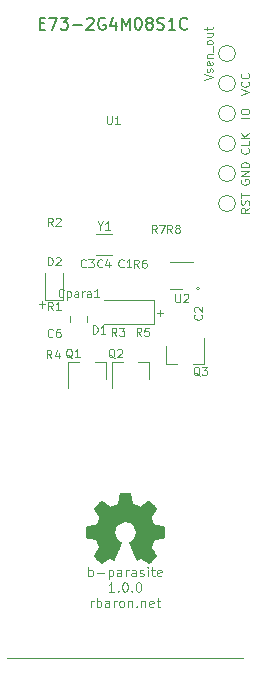
<source format=gbr>
G04 #@! TF.GenerationSoftware,KiCad,Pcbnew,(5.1.2-1)-1*
G04 #@! TF.CreationDate,2021-03-12T20:16:40+01:00*
G04 #@! TF.ProjectId,parasite,70617261-7369-4746-952e-6b696361645f,1.0.0*
G04 #@! TF.SameCoordinates,Original*
G04 #@! TF.FileFunction,Legend,Top*
G04 #@! TF.FilePolarity,Positive*
%FSLAX46Y46*%
G04 Gerber Fmt 4.6, Leading zero omitted, Abs format (unit mm)*
G04 Created by KiCad (PCBNEW (5.1.2-1)-1) date 2021-03-12 20:16:40*
%MOMM*%
%LPD*%
G04 APERTURE LIST*
%ADD10C,0.120000*%
%ADD11C,0.100000*%
%ADD12C,0.010000*%
%ADD13C,0.150000*%
G04 APERTURE END LIST*
D10*
X60733333Y-53050000D02*
X61266666Y-53050000D01*
X61000000Y-53316666D02*
X61000000Y-52783333D01*
X70733333Y-53750000D02*
X71266666Y-53750000D01*
X71000000Y-54016666D02*
X71000000Y-53483333D01*
X74300000Y-51700000D02*
G75*
G03X74300000Y-51700000I-100000J0D01*
G01*
D11*
X64914285Y-76061904D02*
X64914285Y-75261904D01*
X64914285Y-75566666D02*
X64990476Y-75528571D01*
X65142857Y-75528571D01*
X65219047Y-75566666D01*
X65257142Y-75604761D01*
X65295238Y-75680952D01*
X65295238Y-75909523D01*
X65257142Y-75985714D01*
X65219047Y-76023809D01*
X65142857Y-76061904D01*
X64990476Y-76061904D01*
X64914285Y-76023809D01*
X65638095Y-75757142D02*
X66247619Y-75757142D01*
X66628571Y-75528571D02*
X66628571Y-76328571D01*
X66628571Y-75566666D02*
X66704761Y-75528571D01*
X66857142Y-75528571D01*
X66933333Y-75566666D01*
X66971428Y-75604761D01*
X67009523Y-75680952D01*
X67009523Y-75909523D01*
X66971428Y-75985714D01*
X66933333Y-76023809D01*
X66857142Y-76061904D01*
X66704761Y-76061904D01*
X66628571Y-76023809D01*
X67695238Y-76061904D02*
X67695238Y-75642857D01*
X67657142Y-75566666D01*
X67580952Y-75528571D01*
X67428571Y-75528571D01*
X67352380Y-75566666D01*
X67695238Y-76023809D02*
X67619047Y-76061904D01*
X67428571Y-76061904D01*
X67352380Y-76023809D01*
X67314285Y-75947619D01*
X67314285Y-75871428D01*
X67352380Y-75795238D01*
X67428571Y-75757142D01*
X67619047Y-75757142D01*
X67695238Y-75719047D01*
X68076190Y-76061904D02*
X68076190Y-75528571D01*
X68076190Y-75680952D02*
X68114285Y-75604761D01*
X68152380Y-75566666D01*
X68228571Y-75528571D01*
X68304761Y-75528571D01*
X68914285Y-76061904D02*
X68914285Y-75642857D01*
X68876190Y-75566666D01*
X68800000Y-75528571D01*
X68647619Y-75528571D01*
X68571428Y-75566666D01*
X68914285Y-76023809D02*
X68838095Y-76061904D01*
X68647619Y-76061904D01*
X68571428Y-76023809D01*
X68533333Y-75947619D01*
X68533333Y-75871428D01*
X68571428Y-75795238D01*
X68647619Y-75757142D01*
X68838095Y-75757142D01*
X68914285Y-75719047D01*
X69257142Y-76023809D02*
X69333333Y-76061904D01*
X69485714Y-76061904D01*
X69561904Y-76023809D01*
X69600000Y-75947619D01*
X69600000Y-75909523D01*
X69561904Y-75833333D01*
X69485714Y-75795238D01*
X69371428Y-75795238D01*
X69295238Y-75757142D01*
X69257142Y-75680952D01*
X69257142Y-75642857D01*
X69295238Y-75566666D01*
X69371428Y-75528571D01*
X69485714Y-75528571D01*
X69561904Y-75566666D01*
X69942857Y-76061904D02*
X69942857Y-75528571D01*
X69942857Y-75261904D02*
X69904761Y-75300000D01*
X69942857Y-75338095D01*
X69980952Y-75300000D01*
X69942857Y-75261904D01*
X69942857Y-75338095D01*
X70209523Y-75528571D02*
X70514285Y-75528571D01*
X70323809Y-75261904D02*
X70323809Y-75947619D01*
X70361904Y-76023809D01*
X70438095Y-76061904D01*
X70514285Y-76061904D01*
X71085714Y-76023809D02*
X71009523Y-76061904D01*
X70857142Y-76061904D01*
X70780952Y-76023809D01*
X70742857Y-75947619D01*
X70742857Y-75642857D01*
X70780952Y-75566666D01*
X70857142Y-75528571D01*
X71009523Y-75528571D01*
X71085714Y-75566666D01*
X71123809Y-75642857D01*
X71123809Y-75719047D01*
X70742857Y-75795238D01*
X67085714Y-77361904D02*
X66628571Y-77361904D01*
X66857142Y-77361904D02*
X66857142Y-76561904D01*
X66780952Y-76676190D01*
X66704761Y-76752380D01*
X66628571Y-76790476D01*
X67428571Y-77285714D02*
X67466666Y-77323809D01*
X67428571Y-77361904D01*
X67390476Y-77323809D01*
X67428571Y-77285714D01*
X67428571Y-77361904D01*
X67961904Y-76561904D02*
X68038095Y-76561904D01*
X68114285Y-76600000D01*
X68152380Y-76638095D01*
X68190476Y-76714285D01*
X68228571Y-76866666D01*
X68228571Y-77057142D01*
X68190476Y-77209523D01*
X68152380Y-77285714D01*
X68114285Y-77323809D01*
X68038095Y-77361904D01*
X67961904Y-77361904D01*
X67885714Y-77323809D01*
X67847619Y-77285714D01*
X67809523Y-77209523D01*
X67771428Y-77057142D01*
X67771428Y-76866666D01*
X67809523Y-76714285D01*
X67847619Y-76638095D01*
X67885714Y-76600000D01*
X67961904Y-76561904D01*
X68571428Y-77285714D02*
X68609523Y-77323809D01*
X68571428Y-77361904D01*
X68533333Y-77323809D01*
X68571428Y-77285714D01*
X68571428Y-77361904D01*
X69104761Y-76561904D02*
X69180952Y-76561904D01*
X69257142Y-76600000D01*
X69295238Y-76638095D01*
X69333333Y-76714285D01*
X69371428Y-76866666D01*
X69371428Y-77057142D01*
X69333333Y-77209523D01*
X69295238Y-77285714D01*
X69257142Y-77323809D01*
X69180952Y-77361904D01*
X69104761Y-77361904D01*
X69028571Y-77323809D01*
X68990476Y-77285714D01*
X68952380Y-77209523D01*
X68914285Y-77057142D01*
X68914285Y-76866666D01*
X68952380Y-76714285D01*
X68990476Y-76638095D01*
X69028571Y-76600000D01*
X69104761Y-76561904D01*
X65123809Y-78661904D02*
X65123809Y-78128571D01*
X65123809Y-78280952D02*
X65161904Y-78204761D01*
X65200000Y-78166666D01*
X65276190Y-78128571D01*
X65352380Y-78128571D01*
X65619047Y-78661904D02*
X65619047Y-77861904D01*
X65619047Y-78166666D02*
X65695238Y-78128571D01*
X65847619Y-78128571D01*
X65923809Y-78166666D01*
X65961904Y-78204761D01*
X66000000Y-78280952D01*
X66000000Y-78509523D01*
X65961904Y-78585714D01*
X65923809Y-78623809D01*
X65847619Y-78661904D01*
X65695238Y-78661904D01*
X65619047Y-78623809D01*
X66685714Y-78661904D02*
X66685714Y-78242857D01*
X66647619Y-78166666D01*
X66571428Y-78128571D01*
X66419047Y-78128571D01*
X66342857Y-78166666D01*
X66685714Y-78623809D02*
X66609523Y-78661904D01*
X66419047Y-78661904D01*
X66342857Y-78623809D01*
X66304761Y-78547619D01*
X66304761Y-78471428D01*
X66342857Y-78395238D01*
X66419047Y-78357142D01*
X66609523Y-78357142D01*
X66685714Y-78319047D01*
X67066666Y-78661904D02*
X67066666Y-78128571D01*
X67066666Y-78280952D02*
X67104761Y-78204761D01*
X67142857Y-78166666D01*
X67219047Y-78128571D01*
X67295238Y-78128571D01*
X67676190Y-78661904D02*
X67600000Y-78623809D01*
X67561904Y-78585714D01*
X67523809Y-78509523D01*
X67523809Y-78280952D01*
X67561904Y-78204761D01*
X67600000Y-78166666D01*
X67676190Y-78128571D01*
X67790476Y-78128571D01*
X67866666Y-78166666D01*
X67904761Y-78204761D01*
X67942857Y-78280952D01*
X67942857Y-78509523D01*
X67904761Y-78585714D01*
X67866666Y-78623809D01*
X67790476Y-78661904D01*
X67676190Y-78661904D01*
X68285714Y-78128571D02*
X68285714Y-78661904D01*
X68285714Y-78204761D02*
X68323809Y-78166666D01*
X68400000Y-78128571D01*
X68514285Y-78128571D01*
X68590476Y-78166666D01*
X68628571Y-78242857D01*
X68628571Y-78661904D01*
X69009523Y-78585714D02*
X69047619Y-78623809D01*
X69009523Y-78661904D01*
X68971428Y-78623809D01*
X69009523Y-78585714D01*
X69009523Y-78661904D01*
X69390476Y-78128571D02*
X69390476Y-78661904D01*
X69390476Y-78204761D02*
X69428571Y-78166666D01*
X69504761Y-78128571D01*
X69619047Y-78128571D01*
X69695238Y-78166666D01*
X69733333Y-78242857D01*
X69733333Y-78661904D01*
X70419047Y-78623809D02*
X70342857Y-78661904D01*
X70190476Y-78661904D01*
X70114285Y-78623809D01*
X70076190Y-78547619D01*
X70076190Y-78242857D01*
X70114285Y-78166666D01*
X70190476Y-78128571D01*
X70342857Y-78128571D01*
X70419047Y-78166666D01*
X70457142Y-78242857D01*
X70457142Y-78319047D01*
X70076190Y-78395238D01*
X70685714Y-78128571D02*
X70990476Y-78128571D01*
X70800000Y-77861904D02*
X70800000Y-78547619D01*
X70838095Y-78623809D01*
X70914285Y-78661904D01*
X70990476Y-78661904D01*
D10*
X58000000Y-83000000D02*
X78000000Y-83000000D01*
D12*
G36*
X68555814Y-69468931D02*
G01*
X68639635Y-69913555D01*
X68948920Y-70041053D01*
X69258206Y-70168551D01*
X69629246Y-69916246D01*
X69733157Y-69845996D01*
X69827087Y-69783272D01*
X69906652Y-69730938D01*
X69967470Y-69691857D01*
X70005157Y-69668893D01*
X70015421Y-69663942D01*
X70033910Y-69676676D01*
X70073420Y-69711882D01*
X70129522Y-69765062D01*
X70197787Y-69831718D01*
X70273786Y-69907354D01*
X70353092Y-69987472D01*
X70431275Y-70067574D01*
X70503907Y-70143164D01*
X70566559Y-70209745D01*
X70614803Y-70262818D01*
X70644210Y-70297887D01*
X70651241Y-70309623D01*
X70641123Y-70331260D01*
X70612759Y-70378662D01*
X70569129Y-70447193D01*
X70513218Y-70532215D01*
X70448006Y-70629093D01*
X70410219Y-70684350D01*
X70341343Y-70785248D01*
X70280140Y-70876299D01*
X70229578Y-70952970D01*
X70192628Y-71010728D01*
X70172258Y-71045043D01*
X70169197Y-71052254D01*
X70176136Y-71072748D01*
X70195051Y-71120513D01*
X70223087Y-71188832D01*
X70257391Y-71270989D01*
X70295109Y-71360270D01*
X70333387Y-71449958D01*
X70369370Y-71533338D01*
X70400206Y-71603694D01*
X70423039Y-71654310D01*
X70435017Y-71678471D01*
X70435724Y-71679422D01*
X70454531Y-71684036D01*
X70504618Y-71694328D01*
X70580793Y-71709287D01*
X70677865Y-71727901D01*
X70790643Y-71749159D01*
X70856442Y-71761418D01*
X70976950Y-71784362D01*
X71085797Y-71806195D01*
X71177476Y-71825722D01*
X71246481Y-71841748D01*
X71287304Y-71853079D01*
X71295511Y-71856674D01*
X71303548Y-71881006D01*
X71310033Y-71935959D01*
X71314970Y-72015108D01*
X71318364Y-72112026D01*
X71320218Y-72220287D01*
X71320538Y-72333465D01*
X71319327Y-72445135D01*
X71316590Y-72548868D01*
X71312331Y-72638241D01*
X71306555Y-72706826D01*
X71299267Y-72748197D01*
X71294895Y-72756810D01*
X71268764Y-72767133D01*
X71213393Y-72781892D01*
X71136107Y-72799352D01*
X71044230Y-72817780D01*
X71012158Y-72823741D01*
X70857524Y-72852066D01*
X70735375Y-72874876D01*
X70641673Y-72893080D01*
X70572384Y-72907583D01*
X70523471Y-72919292D01*
X70490897Y-72929115D01*
X70470628Y-72937956D01*
X70458626Y-72946724D01*
X70456947Y-72948457D01*
X70440184Y-72976371D01*
X70414614Y-73030695D01*
X70382788Y-73104777D01*
X70347260Y-73191965D01*
X70310583Y-73285608D01*
X70275311Y-73379052D01*
X70243996Y-73465647D01*
X70219193Y-73538740D01*
X70203454Y-73591678D01*
X70199332Y-73617811D01*
X70199676Y-73618726D01*
X70213641Y-73640086D01*
X70245322Y-73687084D01*
X70291391Y-73754827D01*
X70348518Y-73838423D01*
X70413373Y-73932982D01*
X70431843Y-73959854D01*
X70497699Y-74057275D01*
X70555650Y-74146163D01*
X70602538Y-74221412D01*
X70635207Y-74277920D01*
X70650500Y-74310581D01*
X70651241Y-74314593D01*
X70638392Y-74335684D01*
X70602888Y-74377464D01*
X70549293Y-74435445D01*
X70482171Y-74505135D01*
X70406087Y-74582045D01*
X70325604Y-74661683D01*
X70245287Y-74739561D01*
X70169699Y-74811186D01*
X70103405Y-74872070D01*
X70050969Y-74917721D01*
X70016955Y-74943650D01*
X70007545Y-74947883D01*
X69985643Y-74937912D01*
X69940800Y-74911020D01*
X69880321Y-74871736D01*
X69833789Y-74840117D01*
X69749475Y-74782098D01*
X69649626Y-74713784D01*
X69549473Y-74645579D01*
X69495627Y-74609075D01*
X69313371Y-74485800D01*
X69160381Y-74568520D01*
X69090682Y-74604759D01*
X69031414Y-74632926D01*
X68991311Y-74648991D01*
X68981103Y-74651226D01*
X68968829Y-74634722D01*
X68944613Y-74588082D01*
X68910263Y-74515609D01*
X68867588Y-74421606D01*
X68818394Y-74310374D01*
X68764490Y-74186215D01*
X68707684Y-74053432D01*
X68649782Y-73916327D01*
X68592593Y-73779202D01*
X68537924Y-73646358D01*
X68487584Y-73522098D01*
X68443380Y-73410725D01*
X68407119Y-73316539D01*
X68380609Y-73243844D01*
X68365658Y-73196941D01*
X68363254Y-73180833D01*
X68382311Y-73160286D01*
X68424036Y-73126933D01*
X68479706Y-73087702D01*
X68484378Y-73084599D01*
X68628264Y-72969423D01*
X68744283Y-72835053D01*
X68831430Y-72685784D01*
X68888699Y-72525913D01*
X68915086Y-72359737D01*
X68909585Y-72191552D01*
X68871190Y-72025655D01*
X68798895Y-71866342D01*
X68777626Y-71831487D01*
X68666996Y-71690737D01*
X68536302Y-71577714D01*
X68390064Y-71493003D01*
X68232808Y-71437194D01*
X68069057Y-71410874D01*
X67903333Y-71414630D01*
X67740162Y-71449050D01*
X67584065Y-71514723D01*
X67439567Y-71612235D01*
X67394869Y-71651813D01*
X67281112Y-71775703D01*
X67198218Y-71906124D01*
X67141356Y-72052315D01*
X67109687Y-72197088D01*
X67101869Y-72359860D01*
X67127938Y-72523440D01*
X67185245Y-72682298D01*
X67271144Y-72830906D01*
X67382986Y-72963735D01*
X67518123Y-73075256D01*
X67535883Y-73087011D01*
X67592150Y-73125508D01*
X67634923Y-73158863D01*
X67655372Y-73180160D01*
X67655669Y-73180833D01*
X67651279Y-73203871D01*
X67633876Y-73256157D01*
X67605268Y-73333390D01*
X67567265Y-73431268D01*
X67521674Y-73545491D01*
X67470303Y-73671758D01*
X67414962Y-73805767D01*
X67357458Y-73943218D01*
X67299601Y-74079808D01*
X67243198Y-74211237D01*
X67190058Y-74333205D01*
X67141990Y-74441409D01*
X67100801Y-74531549D01*
X67068301Y-74599323D01*
X67046297Y-74640430D01*
X67037436Y-74651226D01*
X67010360Y-74642819D01*
X66959697Y-74620272D01*
X66894183Y-74587613D01*
X66858159Y-74568520D01*
X66705168Y-74485800D01*
X66522912Y-74609075D01*
X66429875Y-74672228D01*
X66328015Y-74741727D01*
X66232562Y-74807165D01*
X66184750Y-74840117D01*
X66117505Y-74885273D01*
X66060564Y-74921057D01*
X66021354Y-74942938D01*
X66008619Y-74947563D01*
X65990083Y-74935085D01*
X65949059Y-74900252D01*
X65889525Y-74846678D01*
X65815458Y-74777983D01*
X65730835Y-74697781D01*
X65677315Y-74646286D01*
X65583681Y-74554286D01*
X65502759Y-74471999D01*
X65437823Y-74402945D01*
X65392142Y-74350644D01*
X65368989Y-74318616D01*
X65366768Y-74312116D01*
X65377076Y-74287394D01*
X65405561Y-74237405D01*
X65449063Y-74167212D01*
X65504423Y-74081875D01*
X65568480Y-73986456D01*
X65586697Y-73959854D01*
X65653073Y-73863167D01*
X65712622Y-73776117D01*
X65762016Y-73703595D01*
X65797925Y-73650493D01*
X65817019Y-73621703D01*
X65818864Y-73618726D01*
X65816105Y-73595782D01*
X65801462Y-73545336D01*
X65777487Y-73474041D01*
X65746734Y-73388547D01*
X65711756Y-73295507D01*
X65675107Y-73201574D01*
X65639339Y-73113399D01*
X65607006Y-73037634D01*
X65580662Y-72980931D01*
X65562858Y-72949943D01*
X65561593Y-72948457D01*
X65550706Y-72939601D01*
X65532318Y-72930843D01*
X65502394Y-72921277D01*
X65456897Y-72909996D01*
X65391791Y-72896093D01*
X65303039Y-72878663D01*
X65186607Y-72856798D01*
X65038458Y-72829591D01*
X65006382Y-72823741D01*
X64911314Y-72805374D01*
X64828435Y-72787405D01*
X64765070Y-72771569D01*
X64728542Y-72759600D01*
X64723644Y-72756810D01*
X64715573Y-72732072D01*
X64709013Y-72676790D01*
X64703967Y-72597389D01*
X64700441Y-72500296D01*
X64698439Y-72391938D01*
X64697964Y-72278740D01*
X64699023Y-72167128D01*
X64701618Y-72063529D01*
X64705754Y-71974368D01*
X64711437Y-71906072D01*
X64718669Y-71865066D01*
X64723029Y-71856674D01*
X64747302Y-71848208D01*
X64802574Y-71834435D01*
X64883338Y-71816550D01*
X64984088Y-71795748D01*
X65099317Y-71773223D01*
X65162098Y-71761418D01*
X65281213Y-71739151D01*
X65387435Y-71718979D01*
X65475573Y-71701915D01*
X65540434Y-71688969D01*
X65576826Y-71681155D01*
X65582816Y-71679422D01*
X65592939Y-71659890D01*
X65614338Y-71612843D01*
X65644161Y-71545003D01*
X65679555Y-71463091D01*
X65717668Y-71373828D01*
X65755647Y-71283935D01*
X65790640Y-71200135D01*
X65819794Y-71129147D01*
X65840257Y-71077694D01*
X65849177Y-71052497D01*
X65849343Y-71051396D01*
X65839231Y-71031519D01*
X65810883Y-70985777D01*
X65767277Y-70918717D01*
X65711394Y-70834884D01*
X65646213Y-70738826D01*
X65608321Y-70683650D01*
X65539275Y-70582481D01*
X65477950Y-70490630D01*
X65427337Y-70412744D01*
X65390429Y-70353469D01*
X65370218Y-70317451D01*
X65367299Y-70309377D01*
X65379847Y-70290584D01*
X65414537Y-70250457D01*
X65466937Y-70193493D01*
X65532616Y-70124185D01*
X65607144Y-70047031D01*
X65686087Y-69966525D01*
X65765017Y-69887163D01*
X65839500Y-69813440D01*
X65905106Y-69749852D01*
X65957404Y-69700894D01*
X65991961Y-69671061D01*
X66003522Y-69663942D01*
X66022346Y-69673953D01*
X66067369Y-69702078D01*
X66134213Y-69745454D01*
X66218501Y-69801218D01*
X66315856Y-69866506D01*
X66389293Y-69916246D01*
X66760333Y-70168551D01*
X67378905Y-69913555D01*
X67462725Y-69468931D01*
X67546546Y-69024307D01*
X68471994Y-69024307D01*
X68555814Y-69468931D01*
X68555814Y-69468931D01*
G37*
X68555814Y-69468931D02*
X68639635Y-69913555D01*
X68948920Y-70041053D01*
X69258206Y-70168551D01*
X69629246Y-69916246D01*
X69733157Y-69845996D01*
X69827087Y-69783272D01*
X69906652Y-69730938D01*
X69967470Y-69691857D01*
X70005157Y-69668893D01*
X70015421Y-69663942D01*
X70033910Y-69676676D01*
X70073420Y-69711882D01*
X70129522Y-69765062D01*
X70197787Y-69831718D01*
X70273786Y-69907354D01*
X70353092Y-69987472D01*
X70431275Y-70067574D01*
X70503907Y-70143164D01*
X70566559Y-70209745D01*
X70614803Y-70262818D01*
X70644210Y-70297887D01*
X70651241Y-70309623D01*
X70641123Y-70331260D01*
X70612759Y-70378662D01*
X70569129Y-70447193D01*
X70513218Y-70532215D01*
X70448006Y-70629093D01*
X70410219Y-70684350D01*
X70341343Y-70785248D01*
X70280140Y-70876299D01*
X70229578Y-70952970D01*
X70192628Y-71010728D01*
X70172258Y-71045043D01*
X70169197Y-71052254D01*
X70176136Y-71072748D01*
X70195051Y-71120513D01*
X70223087Y-71188832D01*
X70257391Y-71270989D01*
X70295109Y-71360270D01*
X70333387Y-71449958D01*
X70369370Y-71533338D01*
X70400206Y-71603694D01*
X70423039Y-71654310D01*
X70435017Y-71678471D01*
X70435724Y-71679422D01*
X70454531Y-71684036D01*
X70504618Y-71694328D01*
X70580793Y-71709287D01*
X70677865Y-71727901D01*
X70790643Y-71749159D01*
X70856442Y-71761418D01*
X70976950Y-71784362D01*
X71085797Y-71806195D01*
X71177476Y-71825722D01*
X71246481Y-71841748D01*
X71287304Y-71853079D01*
X71295511Y-71856674D01*
X71303548Y-71881006D01*
X71310033Y-71935959D01*
X71314970Y-72015108D01*
X71318364Y-72112026D01*
X71320218Y-72220287D01*
X71320538Y-72333465D01*
X71319327Y-72445135D01*
X71316590Y-72548868D01*
X71312331Y-72638241D01*
X71306555Y-72706826D01*
X71299267Y-72748197D01*
X71294895Y-72756810D01*
X71268764Y-72767133D01*
X71213393Y-72781892D01*
X71136107Y-72799352D01*
X71044230Y-72817780D01*
X71012158Y-72823741D01*
X70857524Y-72852066D01*
X70735375Y-72874876D01*
X70641673Y-72893080D01*
X70572384Y-72907583D01*
X70523471Y-72919292D01*
X70490897Y-72929115D01*
X70470628Y-72937956D01*
X70458626Y-72946724D01*
X70456947Y-72948457D01*
X70440184Y-72976371D01*
X70414614Y-73030695D01*
X70382788Y-73104777D01*
X70347260Y-73191965D01*
X70310583Y-73285608D01*
X70275311Y-73379052D01*
X70243996Y-73465647D01*
X70219193Y-73538740D01*
X70203454Y-73591678D01*
X70199332Y-73617811D01*
X70199676Y-73618726D01*
X70213641Y-73640086D01*
X70245322Y-73687084D01*
X70291391Y-73754827D01*
X70348518Y-73838423D01*
X70413373Y-73932982D01*
X70431843Y-73959854D01*
X70497699Y-74057275D01*
X70555650Y-74146163D01*
X70602538Y-74221412D01*
X70635207Y-74277920D01*
X70650500Y-74310581D01*
X70651241Y-74314593D01*
X70638392Y-74335684D01*
X70602888Y-74377464D01*
X70549293Y-74435445D01*
X70482171Y-74505135D01*
X70406087Y-74582045D01*
X70325604Y-74661683D01*
X70245287Y-74739561D01*
X70169699Y-74811186D01*
X70103405Y-74872070D01*
X70050969Y-74917721D01*
X70016955Y-74943650D01*
X70007545Y-74947883D01*
X69985643Y-74937912D01*
X69940800Y-74911020D01*
X69880321Y-74871736D01*
X69833789Y-74840117D01*
X69749475Y-74782098D01*
X69649626Y-74713784D01*
X69549473Y-74645579D01*
X69495627Y-74609075D01*
X69313371Y-74485800D01*
X69160381Y-74568520D01*
X69090682Y-74604759D01*
X69031414Y-74632926D01*
X68991311Y-74648991D01*
X68981103Y-74651226D01*
X68968829Y-74634722D01*
X68944613Y-74588082D01*
X68910263Y-74515609D01*
X68867588Y-74421606D01*
X68818394Y-74310374D01*
X68764490Y-74186215D01*
X68707684Y-74053432D01*
X68649782Y-73916327D01*
X68592593Y-73779202D01*
X68537924Y-73646358D01*
X68487584Y-73522098D01*
X68443380Y-73410725D01*
X68407119Y-73316539D01*
X68380609Y-73243844D01*
X68365658Y-73196941D01*
X68363254Y-73180833D01*
X68382311Y-73160286D01*
X68424036Y-73126933D01*
X68479706Y-73087702D01*
X68484378Y-73084599D01*
X68628264Y-72969423D01*
X68744283Y-72835053D01*
X68831430Y-72685784D01*
X68888699Y-72525913D01*
X68915086Y-72359737D01*
X68909585Y-72191552D01*
X68871190Y-72025655D01*
X68798895Y-71866342D01*
X68777626Y-71831487D01*
X68666996Y-71690737D01*
X68536302Y-71577714D01*
X68390064Y-71493003D01*
X68232808Y-71437194D01*
X68069057Y-71410874D01*
X67903333Y-71414630D01*
X67740162Y-71449050D01*
X67584065Y-71514723D01*
X67439567Y-71612235D01*
X67394869Y-71651813D01*
X67281112Y-71775703D01*
X67198218Y-71906124D01*
X67141356Y-72052315D01*
X67109687Y-72197088D01*
X67101869Y-72359860D01*
X67127938Y-72523440D01*
X67185245Y-72682298D01*
X67271144Y-72830906D01*
X67382986Y-72963735D01*
X67518123Y-73075256D01*
X67535883Y-73087011D01*
X67592150Y-73125508D01*
X67634923Y-73158863D01*
X67655372Y-73180160D01*
X67655669Y-73180833D01*
X67651279Y-73203871D01*
X67633876Y-73256157D01*
X67605268Y-73333390D01*
X67567265Y-73431268D01*
X67521674Y-73545491D01*
X67470303Y-73671758D01*
X67414962Y-73805767D01*
X67357458Y-73943218D01*
X67299601Y-74079808D01*
X67243198Y-74211237D01*
X67190058Y-74333205D01*
X67141990Y-74441409D01*
X67100801Y-74531549D01*
X67068301Y-74599323D01*
X67046297Y-74640430D01*
X67037436Y-74651226D01*
X67010360Y-74642819D01*
X66959697Y-74620272D01*
X66894183Y-74587613D01*
X66858159Y-74568520D01*
X66705168Y-74485800D01*
X66522912Y-74609075D01*
X66429875Y-74672228D01*
X66328015Y-74741727D01*
X66232562Y-74807165D01*
X66184750Y-74840117D01*
X66117505Y-74885273D01*
X66060564Y-74921057D01*
X66021354Y-74942938D01*
X66008619Y-74947563D01*
X65990083Y-74935085D01*
X65949059Y-74900252D01*
X65889525Y-74846678D01*
X65815458Y-74777983D01*
X65730835Y-74697781D01*
X65677315Y-74646286D01*
X65583681Y-74554286D01*
X65502759Y-74471999D01*
X65437823Y-74402945D01*
X65392142Y-74350644D01*
X65368989Y-74318616D01*
X65366768Y-74312116D01*
X65377076Y-74287394D01*
X65405561Y-74237405D01*
X65449063Y-74167212D01*
X65504423Y-74081875D01*
X65568480Y-73986456D01*
X65586697Y-73959854D01*
X65653073Y-73863167D01*
X65712622Y-73776117D01*
X65762016Y-73703595D01*
X65797925Y-73650493D01*
X65817019Y-73621703D01*
X65818864Y-73618726D01*
X65816105Y-73595782D01*
X65801462Y-73545336D01*
X65777487Y-73474041D01*
X65746734Y-73388547D01*
X65711756Y-73295507D01*
X65675107Y-73201574D01*
X65639339Y-73113399D01*
X65607006Y-73037634D01*
X65580662Y-72980931D01*
X65562858Y-72949943D01*
X65561593Y-72948457D01*
X65550706Y-72939601D01*
X65532318Y-72930843D01*
X65502394Y-72921277D01*
X65456897Y-72909996D01*
X65391791Y-72896093D01*
X65303039Y-72878663D01*
X65186607Y-72856798D01*
X65038458Y-72829591D01*
X65006382Y-72823741D01*
X64911314Y-72805374D01*
X64828435Y-72787405D01*
X64765070Y-72771569D01*
X64728542Y-72759600D01*
X64723644Y-72756810D01*
X64715573Y-72732072D01*
X64709013Y-72676790D01*
X64703967Y-72597389D01*
X64700441Y-72500296D01*
X64698439Y-72391938D01*
X64697964Y-72278740D01*
X64699023Y-72167128D01*
X64701618Y-72063529D01*
X64705754Y-71974368D01*
X64711437Y-71906072D01*
X64718669Y-71865066D01*
X64723029Y-71856674D01*
X64747302Y-71848208D01*
X64802574Y-71834435D01*
X64883338Y-71816550D01*
X64984088Y-71795748D01*
X65099317Y-71773223D01*
X65162098Y-71761418D01*
X65281213Y-71739151D01*
X65387435Y-71718979D01*
X65475573Y-71701915D01*
X65540434Y-71688969D01*
X65576826Y-71681155D01*
X65582816Y-71679422D01*
X65592939Y-71659890D01*
X65614338Y-71612843D01*
X65644161Y-71545003D01*
X65679555Y-71463091D01*
X65717668Y-71373828D01*
X65755647Y-71283935D01*
X65790640Y-71200135D01*
X65819794Y-71129147D01*
X65840257Y-71077694D01*
X65849177Y-71052497D01*
X65849343Y-71051396D01*
X65839231Y-71031519D01*
X65810883Y-70985777D01*
X65767277Y-70918717D01*
X65711394Y-70834884D01*
X65646213Y-70738826D01*
X65608321Y-70683650D01*
X65539275Y-70582481D01*
X65477950Y-70490630D01*
X65427337Y-70412744D01*
X65390429Y-70353469D01*
X65370218Y-70317451D01*
X65367299Y-70309377D01*
X65379847Y-70290584D01*
X65414537Y-70250457D01*
X65466937Y-70193493D01*
X65532616Y-70124185D01*
X65607144Y-70047031D01*
X65686087Y-69966525D01*
X65765017Y-69887163D01*
X65839500Y-69813440D01*
X65905106Y-69749852D01*
X65957404Y-69700894D01*
X65991961Y-69671061D01*
X66003522Y-69663942D01*
X66022346Y-69673953D01*
X66067369Y-69702078D01*
X66134213Y-69745454D01*
X66218501Y-69801218D01*
X66315856Y-69866506D01*
X66389293Y-69916246D01*
X66760333Y-70168551D01*
X67378905Y-69913555D01*
X67462725Y-69468931D01*
X67546546Y-69024307D01*
X68471994Y-69024307D01*
X68555814Y-69468931D01*
D10*
X73800000Y-49490000D02*
X71800000Y-49490000D01*
X72800000Y-51710000D02*
X71800000Y-51710000D01*
X66925000Y-48875000D02*
X65575000Y-48875000D01*
X66925000Y-47125000D02*
X65575000Y-47125000D01*
X71520000Y-58060000D02*
X71520000Y-56600000D01*
X74680000Y-58060000D02*
X74680000Y-55900000D01*
X74680000Y-58060000D02*
X73750000Y-58060000D01*
X71520000Y-58060000D02*
X72450000Y-58060000D01*
X62735000Y-52697500D02*
X62735000Y-50412500D01*
X61265000Y-52697500D02*
X62735000Y-52697500D01*
X61265000Y-50412500D02*
X61265000Y-52697500D01*
X77340000Y-34340000D02*
G75*
G03X77340000Y-34340000I-700000J0D01*
G01*
X77340000Y-41960000D02*
G75*
G03X77340000Y-41960000I-700000J0D01*
G01*
X77340000Y-44500000D02*
G75*
G03X77340000Y-44500000I-700000J0D01*
G01*
X77340000Y-39420000D02*
G75*
G03X77340000Y-39420000I-700000J0D01*
G01*
X77340000Y-36880000D02*
G75*
G03X77340000Y-36880000I-700000J0D01*
G01*
X70030000Y-57940000D02*
X70030000Y-59400000D01*
X66870000Y-57940000D02*
X66870000Y-60100000D01*
X66870000Y-57940000D02*
X67800000Y-57940000D01*
X70030000Y-57940000D02*
X69100000Y-57940000D01*
X66380000Y-57940000D02*
X66380000Y-59400000D01*
X63220000Y-57940000D02*
X63220000Y-60100000D01*
X63220000Y-57940000D02*
X64150000Y-57940000D01*
X66380000Y-57940000D02*
X65450000Y-57940000D01*
X64810000Y-54558578D02*
X64810000Y-54041422D01*
X63390000Y-54558578D02*
X63390000Y-54041422D01*
X66200000Y-54700000D02*
X70500000Y-54700000D01*
X70500000Y-54700000D02*
X70500000Y-52700000D01*
X70500000Y-52700000D02*
X66200000Y-52700000D01*
X77340000Y-31800000D02*
G75*
G03X77340000Y-31800000I-700000J0D01*
G01*
X72266666Y-52166666D02*
X72266666Y-52733333D01*
X72300000Y-52800000D01*
X72333333Y-52833333D01*
X72400000Y-52866666D01*
X72533333Y-52866666D01*
X72600000Y-52833333D01*
X72633333Y-52800000D01*
X72666666Y-52733333D01*
X72666666Y-52166666D01*
X72966666Y-52233333D02*
X73000000Y-52200000D01*
X73066666Y-52166666D01*
X73233333Y-52166666D01*
X73300000Y-52200000D01*
X73333333Y-52233333D01*
X73366666Y-52300000D01*
X73366666Y-52366666D01*
X73333333Y-52466666D01*
X72933333Y-52866666D01*
X73366666Y-52866666D01*
X66466199Y-37069891D02*
X66466199Y-37636558D01*
X66499533Y-37703225D01*
X66532866Y-37736558D01*
X66599533Y-37769891D01*
X66732866Y-37769891D01*
X66799533Y-37736558D01*
X66832866Y-37703225D01*
X66866199Y-37636558D01*
X66866199Y-37069891D01*
X67566199Y-37769891D02*
X67166199Y-37769891D01*
X67366199Y-37769891D02*
X67366199Y-37069891D01*
X67299533Y-37169891D01*
X67232866Y-37236558D01*
X67166199Y-37269891D01*
D13*
X60785714Y-29253571D02*
X61119047Y-29253571D01*
X61261904Y-29777380D02*
X60785714Y-29777380D01*
X60785714Y-28777380D01*
X61261904Y-28777380D01*
X61595238Y-28777380D02*
X62261904Y-28777380D01*
X61833333Y-29777380D01*
X62547619Y-28777380D02*
X63166666Y-28777380D01*
X62833333Y-29158333D01*
X62976190Y-29158333D01*
X63071428Y-29205952D01*
X63119047Y-29253571D01*
X63166666Y-29348809D01*
X63166666Y-29586904D01*
X63119047Y-29682142D01*
X63071428Y-29729761D01*
X62976190Y-29777380D01*
X62690476Y-29777380D01*
X62595238Y-29729761D01*
X62547619Y-29682142D01*
X63595238Y-29396428D02*
X64357142Y-29396428D01*
X64785714Y-28872619D02*
X64833333Y-28825000D01*
X64928571Y-28777380D01*
X65166666Y-28777380D01*
X65261904Y-28825000D01*
X65309523Y-28872619D01*
X65357142Y-28967857D01*
X65357142Y-29063095D01*
X65309523Y-29205952D01*
X64738095Y-29777380D01*
X65357142Y-29777380D01*
X66309523Y-28825000D02*
X66214285Y-28777380D01*
X66071428Y-28777380D01*
X65928571Y-28825000D01*
X65833333Y-28920238D01*
X65785714Y-29015476D01*
X65738095Y-29205952D01*
X65738095Y-29348809D01*
X65785714Y-29539285D01*
X65833333Y-29634523D01*
X65928571Y-29729761D01*
X66071428Y-29777380D01*
X66166666Y-29777380D01*
X66309523Y-29729761D01*
X66357142Y-29682142D01*
X66357142Y-29348809D01*
X66166666Y-29348809D01*
X67214285Y-29110714D02*
X67214285Y-29777380D01*
X66976190Y-28729761D02*
X66738095Y-29444047D01*
X67357142Y-29444047D01*
X67738095Y-29777380D02*
X67738095Y-28777380D01*
X68071428Y-29491666D01*
X68404761Y-28777380D01*
X68404761Y-29777380D01*
X69071428Y-28777380D02*
X69166666Y-28777380D01*
X69261904Y-28825000D01*
X69309523Y-28872619D01*
X69357142Y-28967857D01*
X69404761Y-29158333D01*
X69404761Y-29396428D01*
X69357142Y-29586904D01*
X69309523Y-29682142D01*
X69261904Y-29729761D01*
X69166666Y-29777380D01*
X69071428Y-29777380D01*
X68976190Y-29729761D01*
X68928571Y-29682142D01*
X68880952Y-29586904D01*
X68833333Y-29396428D01*
X68833333Y-29158333D01*
X68880952Y-28967857D01*
X68928571Y-28872619D01*
X68976190Y-28825000D01*
X69071428Y-28777380D01*
X69976190Y-29205952D02*
X69880952Y-29158333D01*
X69833333Y-29110714D01*
X69785714Y-29015476D01*
X69785714Y-28967857D01*
X69833333Y-28872619D01*
X69880952Y-28825000D01*
X69976190Y-28777380D01*
X70166666Y-28777380D01*
X70261904Y-28825000D01*
X70309523Y-28872619D01*
X70357142Y-28967857D01*
X70357142Y-29015476D01*
X70309523Y-29110714D01*
X70261904Y-29158333D01*
X70166666Y-29205952D01*
X69976190Y-29205952D01*
X69880952Y-29253571D01*
X69833333Y-29301190D01*
X69785714Y-29396428D01*
X69785714Y-29586904D01*
X69833333Y-29682142D01*
X69880952Y-29729761D01*
X69976190Y-29777380D01*
X70166666Y-29777380D01*
X70261904Y-29729761D01*
X70309523Y-29682142D01*
X70357142Y-29586904D01*
X70357142Y-29396428D01*
X70309523Y-29301190D01*
X70261904Y-29253571D01*
X70166666Y-29205952D01*
X70738095Y-29729761D02*
X70880952Y-29777380D01*
X71119047Y-29777380D01*
X71214285Y-29729761D01*
X71261904Y-29682142D01*
X71309523Y-29586904D01*
X71309523Y-29491666D01*
X71261904Y-29396428D01*
X71214285Y-29348809D01*
X71119047Y-29301190D01*
X70928571Y-29253571D01*
X70833333Y-29205952D01*
X70785714Y-29158333D01*
X70738095Y-29063095D01*
X70738095Y-28967857D01*
X70785714Y-28872619D01*
X70833333Y-28825000D01*
X70928571Y-28777380D01*
X71166666Y-28777380D01*
X71309523Y-28825000D01*
X72261904Y-29777380D02*
X71690476Y-29777380D01*
X71976190Y-29777380D02*
X71976190Y-28777380D01*
X71880952Y-28920238D01*
X71785714Y-29015476D01*
X71690476Y-29063095D01*
X73261904Y-29682142D02*
X73214285Y-29729761D01*
X73071428Y-29777380D01*
X72976190Y-29777380D01*
X72833333Y-29729761D01*
X72738095Y-29634523D01*
X72690476Y-29539285D01*
X72642857Y-29348809D01*
X72642857Y-29205952D01*
X72690476Y-29015476D01*
X72738095Y-28920238D01*
X72833333Y-28825000D01*
X72976190Y-28777380D01*
X73071428Y-28777380D01*
X73214285Y-28825000D01*
X73261904Y-28872619D01*
D10*
X65916666Y-46383333D02*
X65916666Y-46716666D01*
X65683333Y-46016666D02*
X65916666Y-46383333D01*
X66150000Y-46016666D01*
X66750000Y-46716666D02*
X66350000Y-46716666D01*
X66550000Y-46716666D02*
X66550000Y-46016666D01*
X66483333Y-46116666D01*
X66416666Y-46183333D01*
X66350000Y-46216666D01*
X71983333Y-47016666D02*
X71750000Y-46683333D01*
X71583333Y-47016666D02*
X71583333Y-46316666D01*
X71850000Y-46316666D01*
X71916666Y-46350000D01*
X71950000Y-46383333D01*
X71983333Y-46450000D01*
X71983333Y-46550000D01*
X71950000Y-46616666D01*
X71916666Y-46650000D01*
X71850000Y-46683333D01*
X71583333Y-46683333D01*
X72383333Y-46616666D02*
X72316666Y-46583333D01*
X72283333Y-46550000D01*
X72250000Y-46483333D01*
X72250000Y-46450000D01*
X72283333Y-46383333D01*
X72316666Y-46350000D01*
X72383333Y-46316666D01*
X72516666Y-46316666D01*
X72583333Y-46350000D01*
X72616666Y-46383333D01*
X72650000Y-46450000D01*
X72650000Y-46483333D01*
X72616666Y-46550000D01*
X72583333Y-46583333D01*
X72516666Y-46616666D01*
X72383333Y-46616666D01*
X72316666Y-46650000D01*
X72283333Y-46683333D01*
X72250000Y-46750000D01*
X72250000Y-46883333D01*
X72283333Y-46950000D01*
X72316666Y-46983333D01*
X72383333Y-47016666D01*
X72516666Y-47016666D01*
X72583333Y-46983333D01*
X72616666Y-46950000D01*
X72650000Y-46883333D01*
X72650000Y-46750000D01*
X72616666Y-46683333D01*
X72583333Y-46650000D01*
X72516666Y-46616666D01*
X70683333Y-47016666D02*
X70450000Y-46683333D01*
X70283333Y-47016666D02*
X70283333Y-46316666D01*
X70550000Y-46316666D01*
X70616666Y-46350000D01*
X70650000Y-46383333D01*
X70683333Y-46450000D01*
X70683333Y-46550000D01*
X70650000Y-46616666D01*
X70616666Y-46650000D01*
X70550000Y-46683333D01*
X70283333Y-46683333D01*
X70916666Y-46316666D02*
X71383333Y-46316666D01*
X71083333Y-47016666D01*
X69183333Y-49946666D02*
X68950000Y-49613333D01*
X68783333Y-49946666D02*
X68783333Y-49246666D01*
X69050000Y-49246666D01*
X69116666Y-49280000D01*
X69150000Y-49313333D01*
X69183333Y-49380000D01*
X69183333Y-49480000D01*
X69150000Y-49546666D01*
X69116666Y-49580000D01*
X69050000Y-49613333D01*
X68783333Y-49613333D01*
X69783333Y-49246666D02*
X69650000Y-49246666D01*
X69583333Y-49280000D01*
X69550000Y-49313333D01*
X69483333Y-49413333D01*
X69450000Y-49546666D01*
X69450000Y-49813333D01*
X69483333Y-49880000D01*
X69516666Y-49913333D01*
X69583333Y-49946666D01*
X69716666Y-49946666D01*
X69783333Y-49913333D01*
X69816666Y-49880000D01*
X69850000Y-49813333D01*
X69850000Y-49646666D01*
X69816666Y-49580000D01*
X69783333Y-49546666D01*
X69716666Y-49513333D01*
X69583333Y-49513333D01*
X69516666Y-49546666D01*
X69483333Y-49580000D01*
X69450000Y-49646666D01*
X69383333Y-55716666D02*
X69150000Y-55383333D01*
X68983333Y-55716666D02*
X68983333Y-55016666D01*
X69250000Y-55016666D01*
X69316666Y-55050000D01*
X69350000Y-55083333D01*
X69383333Y-55150000D01*
X69383333Y-55250000D01*
X69350000Y-55316666D01*
X69316666Y-55350000D01*
X69250000Y-55383333D01*
X68983333Y-55383333D01*
X70016666Y-55016666D02*
X69683333Y-55016666D01*
X69650000Y-55350000D01*
X69683333Y-55316666D01*
X69750000Y-55283333D01*
X69916666Y-55283333D01*
X69983333Y-55316666D01*
X70016666Y-55350000D01*
X70050000Y-55416666D01*
X70050000Y-55583333D01*
X70016666Y-55650000D01*
X69983333Y-55683333D01*
X69916666Y-55716666D01*
X69750000Y-55716666D01*
X69683333Y-55683333D01*
X69650000Y-55650000D01*
X61783333Y-57616666D02*
X61550000Y-57283333D01*
X61383333Y-57616666D02*
X61383333Y-56916666D01*
X61650000Y-56916666D01*
X61716666Y-56950000D01*
X61750000Y-56983333D01*
X61783333Y-57050000D01*
X61783333Y-57150000D01*
X61750000Y-57216666D01*
X61716666Y-57250000D01*
X61650000Y-57283333D01*
X61383333Y-57283333D01*
X62383333Y-57150000D02*
X62383333Y-57616666D01*
X62216666Y-56883333D02*
X62050000Y-57383333D01*
X62483333Y-57383333D01*
X67283333Y-55716666D02*
X67050000Y-55383333D01*
X66883333Y-55716666D02*
X66883333Y-55016666D01*
X67150000Y-55016666D01*
X67216666Y-55050000D01*
X67250000Y-55083333D01*
X67283333Y-55150000D01*
X67283333Y-55250000D01*
X67250000Y-55316666D01*
X67216666Y-55350000D01*
X67150000Y-55383333D01*
X66883333Y-55383333D01*
X67516666Y-55016666D02*
X67950000Y-55016666D01*
X67716666Y-55283333D01*
X67816666Y-55283333D01*
X67883333Y-55316666D01*
X67916666Y-55350000D01*
X67950000Y-55416666D01*
X67950000Y-55583333D01*
X67916666Y-55650000D01*
X67883333Y-55683333D01*
X67816666Y-55716666D01*
X67616666Y-55716666D01*
X67550000Y-55683333D01*
X67516666Y-55650000D01*
X61883333Y-46416666D02*
X61650000Y-46083333D01*
X61483333Y-46416666D02*
X61483333Y-45716666D01*
X61750000Y-45716666D01*
X61816666Y-45750000D01*
X61850000Y-45783333D01*
X61883333Y-45850000D01*
X61883333Y-45950000D01*
X61850000Y-46016666D01*
X61816666Y-46050000D01*
X61750000Y-46083333D01*
X61483333Y-46083333D01*
X62150000Y-45783333D02*
X62183333Y-45750000D01*
X62250000Y-45716666D01*
X62416666Y-45716666D01*
X62483333Y-45750000D01*
X62516666Y-45783333D01*
X62550000Y-45850000D01*
X62550000Y-45916666D01*
X62516666Y-46016666D01*
X62116666Y-46416666D01*
X62550000Y-46416666D01*
X61883333Y-53546666D02*
X61650000Y-53213333D01*
X61483333Y-53546666D02*
X61483333Y-52846666D01*
X61750000Y-52846666D01*
X61816666Y-52880000D01*
X61850000Y-52913333D01*
X61883333Y-52980000D01*
X61883333Y-53080000D01*
X61850000Y-53146666D01*
X61816666Y-53180000D01*
X61750000Y-53213333D01*
X61483333Y-53213333D01*
X62550000Y-53546666D02*
X62150000Y-53546666D01*
X62350000Y-53546666D02*
X62350000Y-52846666D01*
X62283333Y-52946666D01*
X62216666Y-53013333D01*
X62150000Y-53046666D01*
X74333333Y-59083333D02*
X74266666Y-59050000D01*
X74200000Y-58983333D01*
X74100000Y-58883333D01*
X74033333Y-58850000D01*
X73966666Y-58850000D01*
X74000000Y-59016666D02*
X73933333Y-58983333D01*
X73866666Y-58916666D01*
X73833333Y-58783333D01*
X73833333Y-58550000D01*
X73866666Y-58416666D01*
X73933333Y-58350000D01*
X74000000Y-58316666D01*
X74133333Y-58316666D01*
X74200000Y-58350000D01*
X74266666Y-58416666D01*
X74300000Y-58550000D01*
X74300000Y-58783333D01*
X74266666Y-58916666D01*
X74200000Y-58983333D01*
X74133333Y-59016666D01*
X74000000Y-59016666D01*
X74533333Y-58316666D02*
X74966666Y-58316666D01*
X74733333Y-58583333D01*
X74833333Y-58583333D01*
X74900000Y-58616666D01*
X74933333Y-58650000D01*
X74966666Y-58716666D01*
X74966666Y-58883333D01*
X74933333Y-58950000D01*
X74900000Y-58983333D01*
X74833333Y-59016666D01*
X74633333Y-59016666D01*
X74566666Y-58983333D01*
X74533333Y-58950000D01*
X61483333Y-49741666D02*
X61483333Y-49041666D01*
X61650000Y-49041666D01*
X61750000Y-49075000D01*
X61816666Y-49141666D01*
X61850000Y-49208333D01*
X61883333Y-49341666D01*
X61883333Y-49441666D01*
X61850000Y-49575000D01*
X61816666Y-49641666D01*
X61750000Y-49708333D01*
X61650000Y-49741666D01*
X61483333Y-49741666D01*
X62150000Y-49108333D02*
X62183333Y-49075000D01*
X62250000Y-49041666D01*
X62416666Y-49041666D01*
X62483333Y-49075000D01*
X62516666Y-49108333D01*
X62550000Y-49175000D01*
X62550000Y-49241666D01*
X62516666Y-49341666D01*
X62116666Y-49741666D01*
X62550000Y-49741666D01*
X61883333Y-55750000D02*
X61850000Y-55783333D01*
X61750000Y-55816666D01*
X61683333Y-55816666D01*
X61583333Y-55783333D01*
X61516666Y-55716666D01*
X61483333Y-55650000D01*
X61450000Y-55516666D01*
X61450000Y-55416666D01*
X61483333Y-55283333D01*
X61516666Y-55216666D01*
X61583333Y-55150000D01*
X61683333Y-55116666D01*
X61750000Y-55116666D01*
X61850000Y-55150000D01*
X61883333Y-55183333D01*
X62483333Y-55116666D02*
X62350000Y-55116666D01*
X62283333Y-55150000D01*
X62250000Y-55183333D01*
X62183333Y-55283333D01*
X62150000Y-55416666D01*
X62150000Y-55683333D01*
X62183333Y-55750000D01*
X62216666Y-55783333D01*
X62283333Y-55816666D01*
X62416666Y-55816666D01*
X62483333Y-55783333D01*
X62516666Y-55750000D01*
X62550000Y-55683333D01*
X62550000Y-55516666D01*
X62516666Y-55450000D01*
X62483333Y-55416666D01*
X62416666Y-55383333D01*
X62283333Y-55383333D01*
X62216666Y-55416666D01*
X62183333Y-55450000D01*
X62150000Y-55516666D01*
X66083333Y-49850000D02*
X66050000Y-49883333D01*
X65950000Y-49916666D01*
X65883333Y-49916666D01*
X65783333Y-49883333D01*
X65716666Y-49816666D01*
X65683333Y-49750000D01*
X65650000Y-49616666D01*
X65650000Y-49516666D01*
X65683333Y-49383333D01*
X65716666Y-49316666D01*
X65783333Y-49250000D01*
X65883333Y-49216666D01*
X65950000Y-49216666D01*
X66050000Y-49250000D01*
X66083333Y-49283333D01*
X66683333Y-49450000D02*
X66683333Y-49916666D01*
X66516666Y-49183333D02*
X66350000Y-49683333D01*
X66783333Y-49683333D01*
X64683333Y-49850000D02*
X64650000Y-49883333D01*
X64550000Y-49916666D01*
X64483333Y-49916666D01*
X64383333Y-49883333D01*
X64316666Y-49816666D01*
X64283333Y-49750000D01*
X64250000Y-49616666D01*
X64250000Y-49516666D01*
X64283333Y-49383333D01*
X64316666Y-49316666D01*
X64383333Y-49250000D01*
X64483333Y-49216666D01*
X64550000Y-49216666D01*
X64650000Y-49250000D01*
X64683333Y-49283333D01*
X64916666Y-49216666D02*
X65350000Y-49216666D01*
X65116666Y-49483333D01*
X65216666Y-49483333D01*
X65283333Y-49516666D01*
X65316666Y-49550000D01*
X65350000Y-49616666D01*
X65350000Y-49783333D01*
X65316666Y-49850000D01*
X65283333Y-49883333D01*
X65216666Y-49916666D01*
X65016666Y-49916666D01*
X64950000Y-49883333D01*
X64916666Y-49850000D01*
X74480000Y-53916666D02*
X74513333Y-53950000D01*
X74546666Y-54050000D01*
X74546666Y-54116666D01*
X74513333Y-54216666D01*
X74446666Y-54283333D01*
X74380000Y-54316666D01*
X74246666Y-54350000D01*
X74146666Y-54350000D01*
X74013333Y-54316666D01*
X73946666Y-54283333D01*
X73880000Y-54216666D01*
X73846666Y-54116666D01*
X73846666Y-54050000D01*
X73880000Y-53950000D01*
X73913333Y-53916666D01*
X73913333Y-53650000D02*
X73880000Y-53616666D01*
X73846666Y-53550000D01*
X73846666Y-53383333D01*
X73880000Y-53316666D01*
X73913333Y-53283333D01*
X73980000Y-53250000D01*
X74046666Y-53250000D01*
X74146666Y-53283333D01*
X74546666Y-53683333D01*
X74546666Y-53250000D01*
X67883333Y-49850000D02*
X67850000Y-49883333D01*
X67750000Y-49916666D01*
X67683333Y-49916666D01*
X67583333Y-49883333D01*
X67516666Y-49816666D01*
X67483333Y-49750000D01*
X67450000Y-49616666D01*
X67450000Y-49516666D01*
X67483333Y-49383333D01*
X67516666Y-49316666D01*
X67583333Y-49250000D01*
X67683333Y-49216666D01*
X67750000Y-49216666D01*
X67850000Y-49250000D01*
X67883333Y-49283333D01*
X68550000Y-49916666D02*
X68150000Y-49916666D01*
X68350000Y-49916666D02*
X68350000Y-49216666D01*
X68283333Y-49316666D01*
X68216666Y-49383333D01*
X68150000Y-49416666D01*
X77806666Y-35273333D02*
X78506666Y-35040000D01*
X77806666Y-34806666D01*
X78440000Y-34173333D02*
X78473333Y-34206666D01*
X78506666Y-34306666D01*
X78506666Y-34373333D01*
X78473333Y-34473333D01*
X78406666Y-34540000D01*
X78340000Y-34573333D01*
X78206666Y-34606666D01*
X78106666Y-34606666D01*
X77973333Y-34573333D01*
X77906666Y-34540000D01*
X77840000Y-34473333D01*
X77806666Y-34373333D01*
X77806666Y-34306666D01*
X77840000Y-34206666D01*
X77873333Y-34173333D01*
X78440000Y-33473333D02*
X78473333Y-33506666D01*
X78506666Y-33606666D01*
X78506666Y-33673333D01*
X78473333Y-33773333D01*
X78406666Y-33840000D01*
X78340000Y-33873333D01*
X78206666Y-33906666D01*
X78106666Y-33906666D01*
X77973333Y-33873333D01*
X77906666Y-33840000D01*
X77840000Y-33773333D01*
X77806666Y-33673333D01*
X77806666Y-33606666D01*
X77840000Y-33506666D01*
X77873333Y-33473333D01*
X77840000Y-42493333D02*
X77806666Y-42560000D01*
X77806666Y-42660000D01*
X77840000Y-42760000D01*
X77906666Y-42826666D01*
X77973333Y-42860000D01*
X78106666Y-42893333D01*
X78206666Y-42893333D01*
X78340000Y-42860000D01*
X78406666Y-42826666D01*
X78473333Y-42760000D01*
X78506666Y-42660000D01*
X78506666Y-42593333D01*
X78473333Y-42493333D01*
X78440000Y-42460000D01*
X78206666Y-42460000D01*
X78206666Y-42593333D01*
X78506666Y-42160000D02*
X77806666Y-42160000D01*
X78506666Y-41760000D01*
X77806666Y-41760000D01*
X78506666Y-41426666D02*
X77806666Y-41426666D01*
X77806666Y-41260000D01*
X77840000Y-41160000D01*
X77906666Y-41093333D01*
X77973333Y-41060000D01*
X78106666Y-41026666D01*
X78206666Y-41026666D01*
X78340000Y-41060000D01*
X78406666Y-41093333D01*
X78473333Y-41160000D01*
X78506666Y-41260000D01*
X78506666Y-41426666D01*
X78506666Y-44883333D02*
X78173333Y-45116666D01*
X78506666Y-45283333D02*
X77806666Y-45283333D01*
X77806666Y-45016666D01*
X77840000Y-44950000D01*
X77873333Y-44916666D01*
X77940000Y-44883333D01*
X78040000Y-44883333D01*
X78106666Y-44916666D01*
X78140000Y-44950000D01*
X78173333Y-45016666D01*
X78173333Y-45283333D01*
X78473333Y-44616666D02*
X78506666Y-44516666D01*
X78506666Y-44350000D01*
X78473333Y-44283333D01*
X78440000Y-44250000D01*
X78373333Y-44216666D01*
X78306666Y-44216666D01*
X78240000Y-44250000D01*
X78206666Y-44283333D01*
X78173333Y-44350000D01*
X78140000Y-44483333D01*
X78106666Y-44550000D01*
X78073333Y-44583333D01*
X78006666Y-44616666D01*
X77940000Y-44616666D01*
X77873333Y-44583333D01*
X77840000Y-44550000D01*
X77806666Y-44483333D01*
X77806666Y-44316666D01*
X77840000Y-44216666D01*
X77806666Y-44016666D02*
X77806666Y-43616666D01*
X78506666Y-43816666D02*
X77806666Y-43816666D01*
X78440000Y-39836666D02*
X78473333Y-39870000D01*
X78506666Y-39970000D01*
X78506666Y-40036666D01*
X78473333Y-40136666D01*
X78406666Y-40203333D01*
X78340000Y-40236666D01*
X78206666Y-40270000D01*
X78106666Y-40270000D01*
X77973333Y-40236666D01*
X77906666Y-40203333D01*
X77840000Y-40136666D01*
X77806666Y-40036666D01*
X77806666Y-39970000D01*
X77840000Y-39870000D01*
X77873333Y-39836666D01*
X78506666Y-39203333D02*
X78506666Y-39536666D01*
X77806666Y-39536666D01*
X78506666Y-38970000D02*
X77806666Y-38970000D01*
X78506666Y-38570000D02*
X78106666Y-38870000D01*
X77806666Y-38570000D02*
X78206666Y-38970000D01*
X78506666Y-37246666D02*
X77806666Y-37246666D01*
X77806666Y-36780000D02*
X77806666Y-36646666D01*
X77840000Y-36580000D01*
X77906666Y-36513333D01*
X78040000Y-36480000D01*
X78273333Y-36480000D01*
X78406666Y-36513333D01*
X78473333Y-36580000D01*
X78506666Y-36646666D01*
X78506666Y-36780000D01*
X78473333Y-36846666D01*
X78406666Y-36913333D01*
X78273333Y-36946666D01*
X78040000Y-36946666D01*
X77906666Y-36913333D01*
X77840000Y-36846666D01*
X77806666Y-36780000D01*
X67133333Y-57583333D02*
X67066666Y-57550000D01*
X67000000Y-57483333D01*
X66900000Y-57383333D01*
X66833333Y-57350000D01*
X66766666Y-57350000D01*
X66800000Y-57516666D02*
X66733333Y-57483333D01*
X66666666Y-57416666D01*
X66633333Y-57283333D01*
X66633333Y-57050000D01*
X66666666Y-56916666D01*
X66733333Y-56850000D01*
X66800000Y-56816666D01*
X66933333Y-56816666D01*
X67000000Y-56850000D01*
X67066666Y-56916666D01*
X67100000Y-57050000D01*
X67100000Y-57283333D01*
X67066666Y-57416666D01*
X67000000Y-57483333D01*
X66933333Y-57516666D01*
X66800000Y-57516666D01*
X67366666Y-56883333D02*
X67400000Y-56850000D01*
X67466666Y-56816666D01*
X67633333Y-56816666D01*
X67700000Y-56850000D01*
X67733333Y-56883333D01*
X67766666Y-56950000D01*
X67766666Y-57016666D01*
X67733333Y-57116666D01*
X67333333Y-57516666D01*
X67766666Y-57516666D01*
X63533333Y-57583333D02*
X63466666Y-57550000D01*
X63400000Y-57483333D01*
X63300000Y-57383333D01*
X63233333Y-57350000D01*
X63166666Y-57350000D01*
X63200000Y-57516666D02*
X63133333Y-57483333D01*
X63066666Y-57416666D01*
X63033333Y-57283333D01*
X63033333Y-57050000D01*
X63066666Y-56916666D01*
X63133333Y-56850000D01*
X63200000Y-56816666D01*
X63333333Y-56816666D01*
X63400000Y-56850000D01*
X63466666Y-56916666D01*
X63500000Y-57050000D01*
X63500000Y-57283333D01*
X63466666Y-57416666D01*
X63400000Y-57483333D01*
X63333333Y-57516666D01*
X63200000Y-57516666D01*
X64166666Y-57516666D02*
X63766666Y-57516666D01*
X63966666Y-57516666D02*
X63966666Y-56816666D01*
X63900000Y-56916666D01*
X63833333Y-56983333D01*
X63766666Y-57016666D01*
X62816666Y-52350000D02*
X62783333Y-52383333D01*
X62683333Y-52416666D01*
X62616666Y-52416666D01*
X62516666Y-52383333D01*
X62450000Y-52316666D01*
X62416666Y-52250000D01*
X62383333Y-52116666D01*
X62383333Y-52016666D01*
X62416666Y-51883333D01*
X62450000Y-51816666D01*
X62516666Y-51750000D01*
X62616666Y-51716666D01*
X62683333Y-51716666D01*
X62783333Y-51750000D01*
X62816666Y-51783333D01*
X63116666Y-51950000D02*
X63116666Y-52650000D01*
X63116666Y-51983333D02*
X63183333Y-51950000D01*
X63316666Y-51950000D01*
X63383333Y-51983333D01*
X63416666Y-52016666D01*
X63450000Y-52083333D01*
X63450000Y-52283333D01*
X63416666Y-52350000D01*
X63383333Y-52383333D01*
X63316666Y-52416666D01*
X63183333Y-52416666D01*
X63116666Y-52383333D01*
X64050000Y-52416666D02*
X64050000Y-52050000D01*
X64016666Y-51983333D01*
X63950000Y-51950000D01*
X63816666Y-51950000D01*
X63750000Y-51983333D01*
X64050000Y-52383333D02*
X63983333Y-52416666D01*
X63816666Y-52416666D01*
X63750000Y-52383333D01*
X63716666Y-52316666D01*
X63716666Y-52250000D01*
X63750000Y-52183333D01*
X63816666Y-52150000D01*
X63983333Y-52150000D01*
X64050000Y-52116666D01*
X64383333Y-52416666D02*
X64383333Y-51950000D01*
X64383333Y-52083333D02*
X64416666Y-52016666D01*
X64450000Y-51983333D01*
X64516666Y-51950000D01*
X64583333Y-51950000D01*
X65116666Y-52416666D02*
X65116666Y-52050000D01*
X65083333Y-51983333D01*
X65016666Y-51950000D01*
X64883333Y-51950000D01*
X64816666Y-51983333D01*
X65116666Y-52383333D02*
X65050000Y-52416666D01*
X64883333Y-52416666D01*
X64816666Y-52383333D01*
X64783333Y-52316666D01*
X64783333Y-52250000D01*
X64816666Y-52183333D01*
X64883333Y-52150000D01*
X65050000Y-52150000D01*
X65116666Y-52116666D01*
X65816666Y-52416666D02*
X65416666Y-52416666D01*
X65616666Y-52416666D02*
X65616666Y-51716666D01*
X65550000Y-51816666D01*
X65483333Y-51883333D01*
X65416666Y-51916666D01*
X65283333Y-55516666D02*
X65283333Y-54816666D01*
X65450000Y-54816666D01*
X65550000Y-54850000D01*
X65616666Y-54916666D01*
X65650000Y-54983333D01*
X65683333Y-55116666D01*
X65683333Y-55216666D01*
X65650000Y-55350000D01*
X65616666Y-55416666D01*
X65550000Y-55483333D01*
X65450000Y-55516666D01*
X65283333Y-55516666D01*
X66350000Y-55516666D02*
X65950000Y-55516666D01*
X66150000Y-55516666D02*
X66150000Y-54816666D01*
X66083333Y-54916666D01*
X66016666Y-54983333D01*
X65950000Y-55016666D01*
X74716666Y-34033333D02*
X75416666Y-33800000D01*
X74716666Y-33566666D01*
X75383333Y-33366666D02*
X75416666Y-33300000D01*
X75416666Y-33166666D01*
X75383333Y-33100000D01*
X75316666Y-33066666D01*
X75283333Y-33066666D01*
X75216666Y-33100000D01*
X75183333Y-33166666D01*
X75183333Y-33266666D01*
X75150000Y-33333333D01*
X75083333Y-33366666D01*
X75050000Y-33366666D01*
X74983333Y-33333333D01*
X74950000Y-33266666D01*
X74950000Y-33166666D01*
X74983333Y-33100000D01*
X75383333Y-32500000D02*
X75416666Y-32566666D01*
X75416666Y-32700000D01*
X75383333Y-32766666D01*
X75316666Y-32800000D01*
X75050000Y-32800000D01*
X74983333Y-32766666D01*
X74950000Y-32700000D01*
X74950000Y-32566666D01*
X74983333Y-32500000D01*
X75050000Y-32466666D01*
X75116666Y-32466666D01*
X75183333Y-32800000D01*
X74950000Y-32166666D02*
X75416666Y-32166666D01*
X75016666Y-32166666D02*
X74983333Y-32133333D01*
X74950000Y-32066666D01*
X74950000Y-31966666D01*
X74983333Y-31900000D01*
X75050000Y-31866666D01*
X75416666Y-31866666D01*
X75483333Y-31700000D02*
X75483333Y-31166666D01*
X75416666Y-30900000D02*
X75383333Y-30966666D01*
X75350000Y-31000000D01*
X75283333Y-31033333D01*
X75083333Y-31033333D01*
X75016666Y-31000000D01*
X74983333Y-30966666D01*
X74950000Y-30900000D01*
X74950000Y-30800000D01*
X74983333Y-30733333D01*
X75016666Y-30700000D01*
X75083333Y-30666666D01*
X75283333Y-30666666D01*
X75350000Y-30700000D01*
X75383333Y-30733333D01*
X75416666Y-30800000D01*
X75416666Y-30900000D01*
X74950000Y-30066666D02*
X75416666Y-30066666D01*
X74950000Y-30366666D02*
X75316666Y-30366666D01*
X75383333Y-30333333D01*
X75416666Y-30266666D01*
X75416666Y-30166666D01*
X75383333Y-30100000D01*
X75350000Y-30066666D01*
X74950000Y-29833333D02*
X74950000Y-29566666D01*
X74716666Y-29733333D02*
X75316666Y-29733333D01*
X75383333Y-29700000D01*
X75416666Y-29633333D01*
X75416666Y-29566666D01*
M02*

</source>
